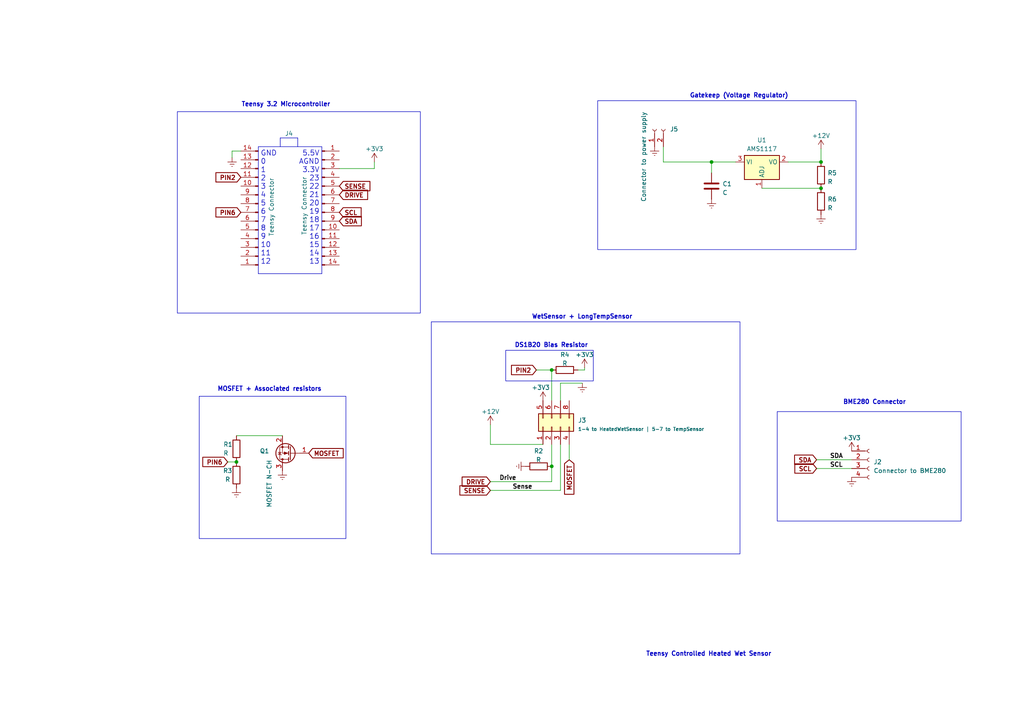
<source format=kicad_sch>
(kicad_sch (version 20230121) (generator eeschema)
  (paper "A4")
  (lib_symbols
    (symbol "Connector:Conn_01x02_Socket" (pin_names (offset 1.016) hide)
      (property "Reference" "J" (at 0 2.54 0))
      (property "Value" "Conn_01x02_Socket" (at 0 -5.08 0))
      (symbol "Conn_01x02_Socket_1_1"
        (arc (start 0 -2.032) (mid -0.5058 -2.54) (end 0 -3.048) (stroke (width 0.1524)))
        (polyline (pts (xy -1.27 -2.54) (xy -0.508 -2.54)) (stroke (width 0.1524)))
        (polyline (pts (xy -1.27 0) (xy -0.508 0)) (stroke (width 0.1524)))
        (arc (start 0 0.508) (mid -0.5058 0) (end 0 -0.508) (stroke (width 0.1524)))
        (pin passive line (at -5.08 0 0) (length 3.81) (name "Pin_1") (number "1"))
        (pin passive line (at -5.08 -2.54 0) (length 3.81) (name "Pin_2") (number "2"))
      )
    )
    (symbol "Connector:Conn_01x04_Female" (pin_names (offset 1.016) hide)
      (property "Reference" "J" (at 0 5.08 0))
      (property "Value" "Conn_01x04_Female" (at 0 -7.62 0))
      (symbol "Conn_01x04_Female_1_1"
        (arc (start 0 -4.572) (mid -0.5058 -5.08) (end 0 -5.588) (stroke (width 0.1524)))
        (arc (start 0 -2.032) (mid -0.5058 -2.54) (end 0 -3.048) (stroke (width 0.1524)))
        (polyline (pts (xy -1.27 -5.08) (xy -0.508 -5.08)) (stroke (width 0.1524)))
        (polyline (pts (xy -1.27 -2.54) (xy -0.508 -2.54)) (stroke (width 0.1524)))
        (polyline (pts (xy -1.27 0) (xy -0.508 0)) (stroke (width 0.1524)))
        (polyline (pts (xy -1.27 2.54) (xy -0.508 2.54)) (stroke (width 0.1524)))
        (arc (start 0 0.508) (mid -0.5058 0) (end 0 -0.508) (stroke (width 0.1524)))
        (arc (start 0 3.048) (mid -0.5058 2.54) (end 0 2.032) (stroke (width 0.1524)))
        (pin passive line (at -5.08 2.54 0) (length 3.81) (name "Pin_1") (number "1"))
        (pin passive line (at -5.08 0 0) (length 3.81) (name "Pin_2") (number "2"))
        (pin passive line (at -5.08 -2.54 0) (length 3.81) (name "Pin_3") (number "3"))
        (pin passive line (at -5.08 -5.08 0) (length 3.81) (name "Pin_4") (number "4"))
      )
    )
    (symbol "Connector:Conn_01x14_Male" (pin_names (offset 1.016) hide)
      (property "Reference" "J" (at 0 17.78 0))
      (property "Value" "Conn_01x14_Male" (at 0 -20.32 0))
      (symbol "Conn_01x14_Male_1_1"
        (polyline (pts (xy 1.27 -17.78) (xy 0.8636 -17.78)) (stroke (width 0.1524)))
        (polyline (pts (xy 1.27 -15.24) (xy 0.8636 -15.24)) (stroke (width 0.1524)))
        (polyline (pts (xy 1.27 -12.7) (xy 0.8636 -12.7)) (stroke (width 0.1524)))
        (polyline (pts (xy 1.27 -10.16) (xy 0.8636 -10.16)) (stroke (width 0.1524)))
        (polyline (pts (xy 1.27 -7.62) (xy 0.8636 -7.62)) (stroke (width 0.1524)))
        (polyline (pts (xy 1.27 -5.08) (xy 0.8636 -5.08)) (stroke (width 0.1524)))
        (polyline (pts (xy 1.27 -2.54) (xy 0.8636 -2.54)) (stroke (width 0.1524)))
        (polyline (pts (xy 1.27 0) (xy 0.8636 0)) (stroke (width 0.1524)))
        (polyline (pts (xy 1.27 2.54) (xy 0.8636 2.54)) (stroke (width 0.1524)))
        (polyline (pts (xy 1.27 5.08) (xy 0.8636 5.08)) (stroke (width 0.1524)))
        (polyline (pts (xy 1.27 7.62) (xy 0.8636 7.62)) (stroke (width 0.1524)))
        (polyline (pts (xy 1.27 10.16) (xy 0.8636 10.16)) (stroke (width 0.1524)))
        (polyline (pts (xy 1.27 12.7) (xy 0.8636 12.7)) (stroke (width 0.1524)))
        (polyline (pts (xy 1.27 15.24) (xy 0.8636 15.24)) (stroke (width 0.1524)))
        (rectangle (start 0.8636 -17.653) (end 0 -17.907) (stroke (width 0.1524)) (fill (type outline)))
        (rectangle (start 0.8636 -15.113) (end 0 -15.367) (stroke (width 0.1524)) (fill (type outline)))
        (rectangle (start 0.8636 -12.573) (end 0 -12.827) (stroke (width 0.1524)) (fill (type outline)))
        (rectangle (start 0.8636 -10.033) (end 0 -10.287) (stroke (width 0.1524)) (fill (type outline)))
        (rectangle (start 0.8636 -7.493) (end 0 -7.747) (stroke (width 0.1524)) (fill (type outline)))
        (rectangle (start 0.8636 -4.953) (end 0 -5.207) (stroke (width 0.1524)) (fill (type outline)))
        (rectangle (start 0.8636 -2.413) (end 0 -2.667) (stroke (width 0.1524)) (fill (type outline)))
        (rectangle (start 0.8636 0.127) (end 0 -0.127) (stroke (width 0.1524)) (fill (type outline)))
        (rectangle (start 0.8636 2.667) (end 0 2.413) (stroke (width 0.1524)) (fill (type outline)))
        (rectangle (start 0.8636 5.207) (end 0 4.953) (stroke (width 0.1524)) (fill (type outline)))
        (rectangle (start 0.8636 7.747) (end 0 7.493) (stroke (width 0.1524)) (fill (type outline)))
        (rectangle (start 0.8636 10.287) (end 0 10.033) (stroke (width 0.1524)) (fill (type outline)))
        (rectangle (start 0.8636 12.827) (end 0 12.573) (stroke (width 0.1524)) (fill (type outline)))
        (rectangle (start 0.8636 15.367) (end 0 15.113) (stroke (width 0.1524)) (fill (type outline)))
        (pin passive line (at 5.08 15.24 180) (length 3.81) (name "Pin_1") (number "1"))
        (pin passive line (at 5.08 -7.62 180) (length 3.81) (name "Pin_10") (number "10"))
        (pin passive line (at 5.08 -10.16 180) (length 3.81) (name "Pin_11") (number "11"))
        (pin passive line (at 5.08 -12.7 180) (length 3.81) (name "Pin_12") (number "12"))
        (pin passive line (at 5.08 -15.24 180) (length 3.81) (name "Pin_13") (number "13"))
        (pin passive line (at 5.08 -17.78 180) (length 3.81) (name "Pin_14") (number "14"))
        (pin passive line (at 5.08 12.7 180) (length 3.81) (name "Pin_2") (number "2"))
        (pin passive line (at 5.08 10.16 180) (length 3.81) (name "Pin_3") (number "3"))
        (pin passive line (at 5.08 7.62 180) (length 3.81) (name "Pin_4") (number "4"))
        (pin passive line (at 5.08 5.08 180) (length 3.81) (name "Pin_5") (number "5"))
        (pin passive line (at 5.08 2.54 180) (length 3.81) (name "Pin_6") (number "6"))
        (pin passive line (at 5.08 0 180) (length 3.81) (name "Pin_7") (number "7"))
        (pin passive line (at 5.08 -2.54 180) (length 3.81) (name "Pin_8") (number "8"))
        (pin passive line (at 5.08 -5.08 180) (length 3.81) (name "Pin_9") (number "9"))
      )
    )
    (symbol "Connector_Generic:Conn_02x04_Top_Bottom" (pin_names (offset 1.016) hide)
      (property "Reference" "J" (at 1.27 5.08 0))
      (property "Value" "Conn_02x04_Top_Bottom" (at 1.27 -7.62 0))
      (symbol "Conn_02x04_Top_Bottom_1_1"
        (rectangle (start -1.27 -4.953) (end 0 -5.207) (stroke (width 0.1524)))
        (rectangle (start -1.27 -2.413) (end 0 -2.667) (stroke (width 0.1524)))
        (rectangle (start -1.27 0.127) (end 0 -0.127) (stroke (width 0.1524)))
        (rectangle (start -1.27 2.667) (end 0 2.413) (stroke (width 0.1524)))
        (rectangle (start -1.27 3.81) (end 3.81 -6.35) (stroke (width 0.254)) (fill (type background)))
        (rectangle (start 3.81 -4.953) (end 2.54 -5.207) (stroke (width 0.1524)))
        (rectangle (start 3.81 -2.413) (end 2.54 -2.667) (stroke (width 0.1524)))
        (rectangle (start 3.81 0.127) (end 2.54 -0.127) (stroke (width 0.1524)))
        (rectangle (start 3.81 2.667) (end 2.54 2.413) (stroke (width 0.1524)))
        (pin passive line (at -5.08 2.54 0) (length 3.81) (name "Pin_1") (number "1"))
        (pin passive line (at -5.08 0 0) (length 3.81) (name "Pin_2") (number "2"))
        (pin passive line (at -5.08 -2.54 0) (length 3.81) (name "Pin_3") (number "3"))
        (pin passive line (at -5.08 -5.08 0) (length 3.81) (name "Pin_4") (number "4"))
        (pin passive line (at 7.62 2.54 180) (length 3.81) (name "Pin_5") (number "5"))
        (pin passive line (at 7.62 0 180) (length 3.81) (name "Pin_6") (number "6"))
        (pin passive line (at 7.62 -2.54 180) (length 3.81) (name "Pin_7") (number "7"))
        (pin passive line (at 7.62 -5.08 180) (length 3.81) (name "Pin_8") (number "8"))
      )
    )
    (symbol "Device:C" (pin_numbers hide) (pin_names (offset 0.254))
      (property "Reference" "C" (at 0.635 2.54 0))
      (property "Value" "C" (at 0.635 -2.54 0))
      (symbol "C_0_1"
        (polyline (pts (xy -2.032 -0.762) (xy 2.032 -0.762)) (stroke (width 0.508)))
        (polyline (pts (xy -2.032 0.762) (xy 2.032 0.762)) (stroke (width 0.508)))
      )
      (symbol "C_1_1"
        (pin passive line (at 0 3.81 270) (length 2.794) (name "~") (number "1"))
        (pin passive line (at 0 -3.81 90) (length 2.794) (name "~") (number "2"))
      )
    )
    (symbol "Device:R" (pin_numbers hide) (pin_names (offset 0))
      (property "Reference" "R" (at 2.032 0 90))
      (property "Value" "R" (at 0 0 90))
      (symbol "R_0_1"
        (rectangle (start -1.016 -2.54) (end 1.016 2.54) (stroke (width 0.254)))
      )
      (symbol "R_1_1"
        (pin passive line (at 0 3.81 270) (length 1.27) (name "~") (number "1"))
        (pin passive line (at 0 -3.81 90) (length 1.27) (name "~") (number "2"))
      )
    )
    (symbol "Regulator_Linear:AMS1117"
      (property "Reference" "U" (at -3.81 3.175 0))
      (property "Value" "AMS1117" (at 0 3.175 0))
      (symbol "AMS1117_0_1"
        (rectangle (start -5.08 -5.08) (end 5.08 1.905) (stroke (width 0.254)) (fill (type background)))
      )
      (symbol "AMS1117_1_1"
        (pin input line (at 0 -7.62 90) (length 2.54) (name "ADJ") (number "1"))
        (pin power_out line (at 7.62 0 180) (length 2.54) (name "VO") (number "2"))
        (pin power_in line (at -7.62 0 0) (length 2.54) (name "VI") (number "3"))
      )
    )
    (symbol "Transistor_FET:DMG2302U" (pin_names hide)
      (property "Reference" "Q" (at 5.08 1.905 0))
      (property "Value" "DMG2302U" (at 5.08 0 0))
      (symbol "DMG2302U_0_1"
        (polyline (pts (xy 0.254 0) (xy -2.54 0)))
        (polyline (pts (xy 0.254 1.905) (xy 0.254 -1.905)) (stroke (width 0.254)))
        (polyline (pts (xy 0.762 -1.27) (xy 0.762 -2.286)) (stroke (width 0.254)))
        (polyline (pts (xy 0.762 0.508) (xy 0.762 -0.508)) (stroke (width 0.254)))
        (polyline (pts (xy 0.762 2.286) (xy 0.762 1.27)) (stroke (width 0.254)))
        (polyline (pts (xy 2.54 2.54) (xy 2.54 1.778)))
        (polyline (pts (xy 2.54 -2.54) (xy 2.54 0) (xy 0.762 0)))
        (polyline (pts (xy 0.762 -1.778) (xy 3.302 -1.778) (xy 3.302 1.778) (xy 0.762 1.778)))
        (polyline (pts (xy 1.016 0) (xy 2.032 0.381) (xy 2.032 -0.381) (xy 1.016 0)) (fill (type outline)))
        (polyline (pts (xy 2.794 0.508) (xy 2.921 0.381) (xy 3.683 0.381) (xy 3.81 0.254)))
        (polyline (pts (xy 3.302 0.381) (xy 2.921 -0.254) (xy 3.683 -0.254) (xy 3.302 0.381)))
        (circle (center 1.651 0) (radius 2.794) (stroke (width 0.254)))
        (circle (center 2.54 -1.778) (radius 0.254) (fill (type outline)))
        (circle (center 2.54 1.778) (radius 0.254) (fill (type outline)))
      )
      (symbol "DMG2302U_1_1"
        (pin input line (at -5.08 0 0) (length 2.54) (name "G") (number "1"))
        (pin passive line (at 2.54 -5.08 90) (length 2.54) (name "S") (number "2"))
        (pin passive line (at 2.54 5.08 270) (length 2.54) (name "D") (number "3"))
      )
    )
    (symbol "power:+12V" (power) (pin_names (offset 0))
      (property "Value" "+12V" (at 0 3.556 0))
      (symbol "+12V_0_1"
        (polyline (pts (xy -0.762 1.27) (xy 0 2.54)))
        (polyline (pts (xy 0 0) (xy 0 2.54)))
        (polyline (pts (xy 0 2.54) (xy 0.762 1.27)))
      )
      (symbol "+12V_1_1"
        (pin power_in line (at 0 0 90) (length 0) hide (name "+12V") (number "1"))
      )
    )
    (symbol "power:+3V3" (power) (pin_names (offset 0))
      (property "Value" "+3V3" (at 0 3.556 0))
      (symbol "+3V3_0_1"
        (polyline (pts (xy -0.762 1.27) (xy 0 2.54)))
        (polyline (pts (xy 0 0) (xy 0 2.54)))
        (polyline (pts (xy 0 2.54) (xy 0.762 1.27)))
      )
      (symbol "+3V3_1_1"
        (pin power_in line (at 0 0 90) (length 0) hide (name "+3V3") (number "1"))
      )
    )
    (symbol "power:Earth" (power) (pin_names (offset 0))
      (symbol "Earth_0_1"
        (polyline (pts (xy -0.635 -1.905) (xy 0.635 -1.905)))
        (polyline (pts (xy -0.127 -2.54) (xy 0.127 -2.54)))
        (polyline (pts (xy 0 -1.27) (xy 0 0)))
        (polyline (pts (xy 1.27 -1.27) (xy -1.27 -1.27)))
      )
      (symbol "Earth_1_1"
        (pin power_in line (at 0 0 270) (length 0) hide (name "Earth") (number "1"))
      )
    )
  )
  (junction (at 238.125 46.99))
  (junction (at 160.02 107.315))
  (junction (at 206.375 46.99))
  (junction (at 68.58 133.985))
  (junction (at 238.125 54.61))
  (junction (at 160.02 135.255))
  (wire (pts (xy 162.56 111.125) (xy 168.91 111.125)))
  (polyline (pts (xy 93.345 42.545) (xy 93.345 79.375)) (stroke (width 0) (type solid)))
  (polyline (pts (xy 93.345 79.375) (xy 74.93 79.375)) (stroke (width 0) (type solid)))
  (polyline (pts (xy 74.93 42.545) (xy 75.565 42.545)))
  (wire (pts (xy 160.02 128.905) (xy 160.02 135.255)))
  (wire (pts (xy 155.575 107.315) (xy 160.02 107.315)))
  (wire (pts (xy 228.6 46.99) (xy 238.125 46.99)))
  (wire (pts (xy 108.585 48.895) (xy 108.585 46.99)))
  (wire (pts (xy 160.02 116.205) (xy 160.02 107.315)))
  (wire (pts (xy 68.58 126.365) (xy 81.915 126.365)))
  (wire (pts (xy 162.56 128.905) (xy 162.56 142.24)))
  (wire (pts (xy 160.02 135.255) (xy 160.02 139.7)))
  (wire (pts (xy 192.405 46.99) (xy 206.375 46.99)))
  (wire (pts (xy 66.04 133.985) (xy 68.58 133.985)))
  (wire (pts (xy 142.24 128.905) (xy 142.24 123.19)))
  (polyline (pts (xy 74.93 42.545) (xy 74.93 79.375)) (stroke (width 0) (type solid)))
  (wire (pts (xy 192.405 42.545) (xy 192.405 46.99)))
  (wire (pts (xy 220.98 54.61) (xy 238.125 54.61)))
  (wire (pts (xy 165.1 128.905) (xy 165.1 133.35)))
  (polyline (pts (xy 81.28 40.005) (xy 86.36 40.005)) (stroke (width 0) (type solid)))
  (wire (pts (xy 157.48 128.905) (xy 142.24 128.905)))
  (polyline (pts (xy 75.565 42.545) (xy 93.345 42.545)) (stroke (width 0) (type solid)))
  (wire (pts (xy 142.24 142.24) (xy 162.56 142.24)))
  (wire (pts (xy 142.24 139.7) (xy 160.02 139.7)))
  (wire (pts (xy 98.425 48.895) (xy 108.585 48.895)))
  (wire (pts (xy 206.375 46.99) (xy 206.375 50.165)))
  (polyline (pts (xy 86.36 40.005) (xy 86.36 42.545)) (stroke (width 0) (type solid)))
  (wire (pts (xy 67.31 45.72) (xy 67.31 43.815)))
  (wire (pts (xy 238.125 46.99) (xy 238.125 43.18)))
  (wire (pts (xy 236.855 135.89) (xy 247.015 135.89)))
  (polyline (pts (xy 81.28 42.545) (xy 81.28 40.005)) (stroke (width 0) (type solid)))
  (wire (pts (xy 162.56 116.205) (xy 162.56 111.125)))
  (wire (pts (xy 213.36 46.99) (xy 206.375 46.99)))
  (wire (pts (xy 236.855 133.35) (xy 247.015 133.35)))
  (wire (pts (xy 167.64 107.315) (xy 169.545 107.315)))
  (wire (pts (xy 67.31 43.815) (xy 69.85 43.815)))
  (wire (pts (xy 169.545 107.315) (xy 169.545 106.68)))
  (rectangle (start 51.435 32.385) (end 121.92 90.805))
  (rectangle (start 146.685 101.6) (end 172.085 110.49))
  (rectangle (start 225.425 119.38) (end 278.765 151.13))
  (rectangle (start 125.095 93.345) (end 214.63 160.655))
  (rectangle (start 173.355 29.21) (end 248.285 72.39))
  (rectangle (start 57.785 114.935) (end 100.33 156.21))
  (text "Teensy 3.2 Microcontroller" (at 95.885 31.115 0) (effects (font (size 1.27 1.27) bold) (justify right bottom)))
  (text "DS1B20 Bias Resistor\n" (at 149.225 100.965 0) (effects (font (size 1.27 1.27) bold) (justify left bottom)))
  (text "5.5V\nAGND\n3.3V\n23\n22\n21\n20\n19\n18\n17\n16\n15\n14\n13" (at 92.71 76.835 0) (effects (font (size 1.5 1.5)) (justify right bottom)))
  (text "MOSFET + Associated resistors" (at 93.345 113.665 0) (effects (font (size 1.27 1.27) bold) (justify right bottom)))
  (text "GND\n0\n1\n2\n3\n4\n5\n6\n7\n8\n9\n10\n11\n12" (at 75.565 76.835 0) (effects (font (size 1.5 1.5)) (justify left bottom)))
  (text "BME280 Connector" (at 244.475 117.475 0) (effects (font (size 1.27 1.27) bold) (justify left bottom)))
  (text "WetSensor + LongTempSensor" (at 183.515 92.71 0) (effects (font (size 1.27 1.27) bold) (justify right bottom)))
  (text "Teensy Controlled Heated Wet Sensor" (at 187.325 190.5 0) (effects (font (size 1.27 1.27) (thickness 0.254) bold) (justify left bottom)))
  (text "Gatekeep (Voltage Regulator)" (at 200.025 28.575 0) (effects (font (size 1.27 1.27) (thickness 0.254) bold) (justify left bottom)))
  (label "SCL" (at 240.665 135.89 0) (effects (font bold)))
  (label "Drive" (at 144.78 139.7 0) (effects (font bold)))
  (label "Sense" (at 148.59 142.24 0) (effects (font bold)))
  (label "SDA" (at 240.665 133.35 0) (effects (font bold)))
  (global_label "DRIVE" (shape input) (at 142.24 139.7 180) (effects (font bold)) (property "Intersheetrefs" "${INTERSHEET_REFS}" (effects hide)))
  (global_label "SENSE" (shape input) (at 142.24 142.24 180) (effects (font bold)) (property "Intersheetrefs" "${INTERSHEET_REFS}" (effects hide)))
  (global_label "PIN6" (shape input) (at 66.04 133.985 180) (effects (font bold)) (property "Intersheetrefs" "${INTERSHEET_REFS}" (effects hide)))
  (global_label "SCL" (shape input) (at 236.855 135.89 180) (effects (font bold)) (property "Intersheetrefs" "${INTERSHEET_REFS}" (effects hide)))
  (global_label "PIN6" (shape input) (at 69.85 61.595 180) (effects (font bold)) (property "Intersheetrefs" "${INTERSHEET_REFS}" (effects hide)))
  (global_label "MOSFET" (shape input) (at 165.1 133.35 270) (effects (font bold)) (property "Intersheetrefs" "${INTERSHEET_REFS}" (effects hide)))
  (global_label "SDA" (shape input) (at 236.855 133.35 180) (effects (font bold)) (property "Intersheetrefs" "${INTERSHEET_REFS}" (effects hide)))
  (global_label "MOSFET" (shape input) (at 89.535 131.445 0) (effects (font bold)) (property "Intersheetrefs" "${INTERSHEET_REFS}" (effects hide)))
  (global_label "SDA" (shape input) (at 98.425 64.135 0) (effects (font bold)) (property "Intersheetrefs" "${INTERSHEET_REFS}" (effects hide)))
  (global_label "PIN2" (shape input) (at 155.575 107.315 180) (effects (font bold)) (property "Intersheetrefs" "${INTERSHEET_REFS}" (effects hide)))
  (global_label "SCL" (shape input) (at 98.425 61.595 0) (effects (font bold)) (property "Intersheetrefs" "${INTERSHEET_REFS}" (effects hide)))
  (global_label "DRIVE" (shape input) (at 98.425 56.515 0) (effects (font bold)) (property "Intersheetrefs" "${INTERSHEET_REFS}" (effects hide)))
  (global_label "PIN2" (shape input) (at 69.85 51.435 180) (effects (font bold)) (property "Intersheetrefs" "${INTERSHEET_REFS}" (effects hide)))
  (global_label "SENSE" (shape input) (at 98.425 53.975 0) (effects (font bold)) (property "Intersheetrefs" "${INTERSHEET_REFS}" (effects hide)))
  (symbol (lib_id "power:+3V3") (at 157.48 116.205 0) (unit 1)
    (property "Reference" "#PWR06" (effects hide))
    (property "Value" "+3V3" (at 156.845 112.395 0))
  )
  (symbol (lib_id "Device:R") (at 163.83 107.315 90) (unit 1)
    (property "Reference" "R4" (at 163.83 102.87 90))
    (property "Value" "R" (at 163.83 105.41 90))
    (property "Footprint" "Resistor_SMD:R_0402_1005Metric_Pad0.72x0.64mm_HandSolder" (effects hide))
  )
  (symbol (lib_id "power:+3V3") (at 247.015 130.81 0) (unit 1)
    (property "Reference" "#PWR08" (effects hide))
    (property "Value" "+3V3" (at 247.015 127 0))
  )
  (symbol (lib_id "power:Earth") (at 189.865 42.545 0) (unit 1)
    (property "Reference" "#PWR014" (effects hide))
    (property "Value" "Earth" (effects hide))
  )
  (symbol (lib_id "Connector:Conn_01x04_Female") (at 252.095 133.35 0) (unit 1)
    (property "Reference" "J2" (at 253.365 133.985 0) (effects (justify left)))
    (property "Value" "Connector to BME280" (at 253.365 136.525 0) (effects (justify left)))
  )
  (symbol (lib_id "Regulator_Linear:AMS1117") (at 220.98 46.99 0) (unit 1)
    (property "Reference" "U1" (at 220.98 40.64 0))
    (property "Value" "AMS1117" (at 220.98 43.18 0))
    (property "Footprint" "Package_TO_SOT_SMD:SOT-223-3_TabPin2" (effects hide))
    (property "Datasheet" "http://www.advanced-monolithic.com/pdf/ds1117.pdf" (effects hide))
  )
  (symbol (lib_id "Device:C") (at 206.375 53.975 0) (unit 1)
    (property "Reference" "C1" (at 209.55 53.34 0) (effects (justify left)))
    (property "Value" "C" (at 209.55 55.88 0) (effects (justify left)))
  )
  (symbol (lib_id "power:+12V") (at 238.125 43.18 0) (unit 1)
    (property "Reference" "#PWR011" (effects hide))
    (property "Value" "+12V" (at 238.125 39.37 0))
  )
  (symbol (lib_id "power:Earth") (at 81.915 136.525 0) (unit 1)
    (property "Reference" "#PWR02" (effects hide))
    (property "Value" "Earth" (effects hide))
  )
  (symbol (lib_id "power:Earth") (at 152.4 135.255 270) (unit 1)
    (property "Reference" "#PWR04" (effects hide))
    (property "Value" "Earth" (effects hide))
  )
  (symbol (lib_id "power:+3V3") (at 108.585 46.99 0) (unit 1)
    (property "Reference" "#PWR09" (effects hide))
    (property "Value" "+3V3" (at 108.585 43.18 0))
  )
  (symbol (lib_id "Connector:Conn_01x14_Male") (at 74.93 61.595 180) (unit 1)
    (property "Reference" "J1" (effects hide))
    (property "Value" "Teensy Connector" (at 78.74 68.58 90) (effects (justify right)))
    (property "Footprint" "Connector_PinHeader_2.54mm:PinHeader_1x14_P2.54mm_Vertical" (effects hide))
  )
  (symbol (lib_id "Connector:Conn_01x02_Socket") (at 189.865 37.465 90) (unit 1)
    (property "Reference" "J5" (at 194.31 37.465 90) (effects (justify right)))
    (property "Value" "Connector to power supply" (at 186.69 32.385 0) (effects (justify right)))
    (property "Footprint" "Connector_Phoenix_MSTB:PhoenixContact_MSTBA_2,5_2-G_1x02_P5.00mm_Horizontal" (effects hide))
  )
  (symbol (lib_id "Connector:Conn_01x14_Male") (at 93.345 59.055 0) (unit 1)
    (property "Reference" "J4" (at 83.82 38.735 0))
    (property "Value" "Teensy Connector" (at 88.265 59.69 90))
    (property "Footprint" "Connector_PinHeader_2.54mm:PinHeader_1x14_P2.54mm_Vertical" (effects hide))
  )
  (symbol (lib_id "Device:R") (at 156.21 135.255 90) (unit 1)
    (property "Reference" "R2" (at 156.21 130.81 90))
    (property "Value" "R" (at 156.21 133.35 90))
    (property "Footprint" "Resistor_SMD:R_0402_1005Metric_Pad0.72x0.64mm_HandSolder" (effects hide))
  )
  (symbol (lib_id "Device:R") (at 238.125 50.8 180) (unit 1)
    (property "Reference" "R5" (at 240.03 50.165 0) (effects (justify right)))
    (property "Value" "R" (at 240.03 52.705 0) (effects (justify right)))
    (property "Footprint" "Resistor_SMD:R_0402_1005Metric_Pad0.72x0.64mm_HandSolder" (effects hide))
  )
  (symbol (lib_id "Device:R") (at 68.58 137.795 180) (unit 1)
    (property "Reference" "R3" (at 66.04 136.525 0))
    (property "Value" "R" (at 66.04 139.065 0))
    (property "Footprint" "Resistor_SMD:R_0402_1005Metric_Pad0.72x0.64mm_HandSolder" (effects hide))
  )
  (symbol (lib_id "power:Earth") (at 168.91 111.125 0) (unit 1)
    (property "Reference" "#PWR05" (effects hide))
    (property "Value" "Earth" (effects hide))
  )
  (symbol (lib_id "power:Earth") (at 67.31 45.72 0) (unit 1)
    (property "Reference" "#PWR?" (effects hide))
    (property "Value" "Earth" (effects hide))
  )
  (symbol (lib_id "Device:R") (at 238.125 58.42 180) (unit 1)
    (property "Reference" "R6" (at 240.03 57.785 0) (effects (justify right)))
    (property "Value" "R" (at 240.03 60.325 0) (effects (justify right)))
    (property "Footprint" "Resistor_SMD:R_0402_1005Metric_Pad0.72x0.64mm_HandSolder" (effects hide))
  )
  (symbol (lib_id "power:Earth") (at 206.375 57.785 0) (unit 1)
    (property "Reference" "#PWR013" (effects hide))
    (property "Value" "Earth" (effects hide))
  )
  (symbol (lib_id "power:Earth") (at 247.015 138.43 0) (unit 1)
    (property "Reference" "#PWR01" (effects hide))
    (property "Value" "Earth" (effects hide))
  )
  (symbol (lib_id "Device:R") (at 68.58 130.175 0) (unit 1)
    (property "Reference" "R1" (at 64.77 128.905 0) (effects (justify left)))
    (property "Value" "R" (at 64.77 131.445 0) (effects (justify left)))
    (property "Footprint" "Resistor_SMD:R_0402_1005Metric_Pad0.72x0.64mm_HandSolder" (effects hide))
  )
  (symbol (lib_id "power:Earth") (at 238.125 62.23 0) (unit 1)
    (property "Reference" "#PWR012" (effects hide))
    (property "Value" "Earth" (effects hide))
  )
  (symbol (lib_id "power:+3V3") (at 169.545 106.68 0) (unit 1)
    (property "Reference" "#PWR010" (effects hide))
    (property "Value" "+3V3" (at 169.545 102.87 0))
  )
  (symbol (lib_id "power:+12V") (at 142.24 123.19 0) (unit 1)
    (property "Reference" "#PWR07" (effects hide))
    (property "Value" "+12V" (at 142.24 119.38 0))
  )
  (symbol (lib_id "Connector_Generic:Conn_02x04_Top_Bottom") (at 160.02 123.825 90) (unit 1)
    (property "Reference" "J3" (at 167.64 121.92 90) (effects (justify right)))
    (property "Value" "1-4 to HeatedWetSensor | 5-7 to TempSensor" (at 167.64 124.46 90) (effects (font (size 1 1)) (justify right)))
  )
  (symbol (lib_id "power:Earth") (at 68.58 141.605 0) (unit 1)
    (property "Reference" "#PWR03" (effects hide))
    (property "Value" "Earth" (effects hide))
  )
  (symbol (lib_id "Transistor_FET:DMG2302U") (at 84.455 131.445 180) (unit 1)
    (property "Reference" "Q1" (at 78.105 130.81 0) (effects (justify left)))
    (property "Value" "MOSFET N-CH" (at 78.105 133.35 90) (effects (justify left)))
    (property "Footprint" "Package_TO_SOT_SMD:SOT-23" (effects hide))
    (property "Datasheet" "http://www.diodes.com/assets/Datasheets/DMG2302U.pdf" (effects hide))
  )
)
</source>
